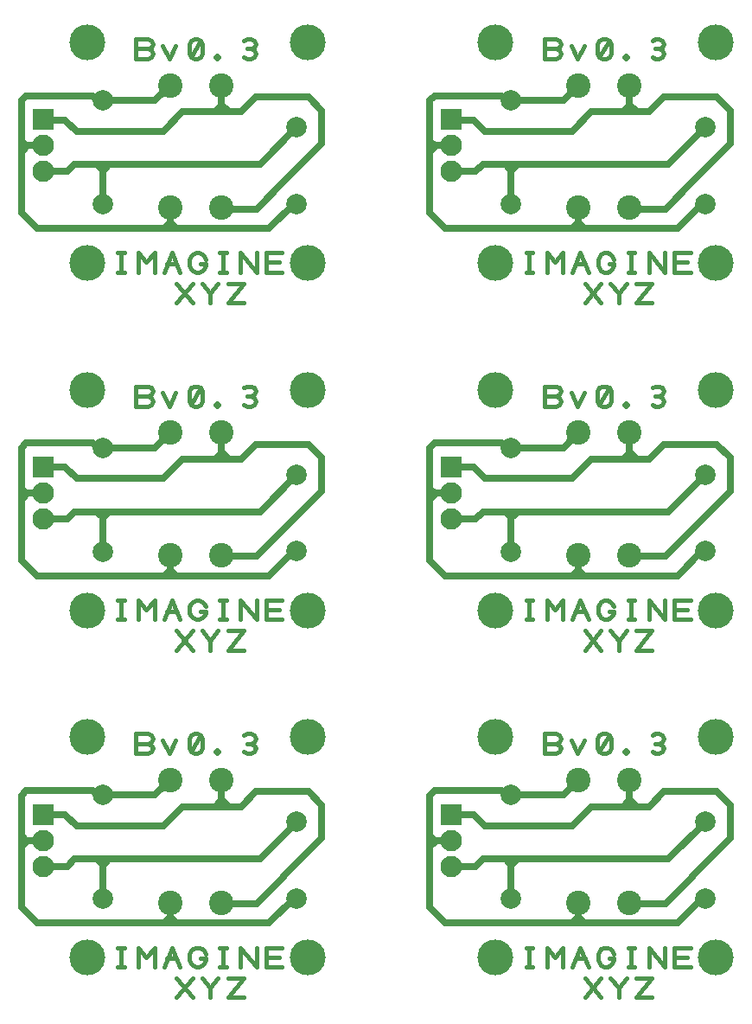
<source format=gbr>
G04 EasyPC Gerber Version 20.0.2 Build 4112 *
%FSLAX35Y35*%
%MOIN*%
%ADD71R,0.08268X0.08268*%
%ADD115C,0.01500*%
%ADD136C,0.01772*%
%ADD114C,0.02756*%
%ADD19C,0.07874*%
%ADD20C,0.08268*%
%ADD25C,0.09449*%
%ADD17C,0.13780*%
X0Y0D02*
D02*
D17*
X31126Y21522D03*
Y106522D03*
Y155380D03*
Y240380D03*
Y289239D03*
Y374239D03*
X116126Y21522D03*
Y106522D03*
Y155380D03*
Y240380D03*
Y289239D03*
Y374239D03*
X188606Y21522D03*
Y106522D03*
Y155380D03*
Y240380D03*
Y289239D03*
Y374239D03*
X273606Y21522D03*
Y106522D03*
Y155380D03*
Y240380D03*
Y289239D03*
Y374239D03*
D02*
D19*
X37031Y44153D03*
Y84153D03*
Y178011D03*
Y218011D03*
Y311869D03*
Y351869D03*
X111970Y44365D03*
Y73893D03*
Y178224D03*
Y207751D03*
Y312082D03*
Y341609D03*
X194511Y44153D03*
Y84153D03*
Y178011D03*
Y218011D03*
Y311869D03*
Y351869D03*
X269451Y44365D03*
Y73893D03*
Y178224D03*
Y207751D03*
Y312082D03*
Y341609D03*
D02*
D71*
X14000Y76742D03*
Y210600D03*
Y344459D03*
X171480Y76742D03*
Y210600D03*
Y344459D03*
D02*
D20*
X14000Y56742D03*
Y66742D03*
Y190600D03*
Y200600D03*
Y324459D03*
Y334459D03*
X171480Y56742D03*
Y66742D03*
Y190600D03*
Y200600D03*
Y324459D03*
Y334459D03*
D02*
D25*
X63094Y42743D03*
Y89987D03*
Y176601D03*
Y223845D03*
Y310459D03*
Y357703D03*
X82780Y42743D03*
Y89987D03*
Y176601D03*
Y223845D03*
Y310459D03*
Y357703D03*
X220575Y42743D03*
Y89987D03*
Y176601D03*
Y223845D03*
Y310459D03*
Y357703D03*
X240260Y42743D03*
Y89987D03*
Y176601D03*
Y223845D03*
Y310459D03*
Y357703D03*
D02*
D114*
X5763Y66742D02*
Y69238D01*
Y66742D02*
Y63872D01*
Y69238D02*
Y84090D01*
X7642Y85969*
X33276*
X35093Y84153*
X37031*
X5763Y200600D02*
Y203096D01*
Y200600D02*
Y197730D01*
Y203096D02*
Y217948D01*
X7642Y219827*
X33276*
X35093Y218011*
X37031*
X5763Y334459D02*
Y336955D01*
Y334459D02*
Y331588D01*
Y336955D02*
Y351806D01*
X7642Y353685*
X33276*
X35093Y351869*
X37031*
X8883Y66742D02*
X5763D01*
X8883Y200600D02*
X5763D01*
X8883Y334459D02*
X5763D01*
X14000Y66742D02*
X8883D01*
X14000Y200600D02*
X8883D01*
X14000Y334459D02*
X8883D01*
X34842Y59504D02*
X26231D01*
X23469Y56742*
X14000*
X34842Y193362D02*
X26231D01*
X23469Y190600*
X14000*
X34842Y327220D02*
X26231D01*
X23469Y324459*
X14000*
X37031Y56883D02*
Y56950D01*
X39585Y59504*
X37031Y56883D02*
Y57315D01*
X34842Y59504*
X37031Y56883D02*
Y44153D01*
Y84153D02*
X57261D01*
X63094Y89987*
X37031Y190741D02*
Y190808D01*
X39585Y193362*
X37031Y190741D02*
Y191173D01*
X34842Y193362*
X37031Y190741D02*
Y178011D01*
Y218011D02*
X57261D01*
X63094Y223845*
X37031Y324599D02*
Y324666D01*
X39585Y327220*
X37031Y324599D02*
Y325031D01*
X34842Y327220*
X37031Y324599D02*
Y311869D01*
Y351869D02*
X57261D01*
X63094Y357703*
X37152Y59504D02*
Y58755D01*
X37031*
Y56883*
X37152Y59504D02*
X34842D01*
X37152Y193362D02*
Y192613D01*
X37031*
Y190741*
X37152Y193362D02*
X34842D01*
X37152Y327220D02*
Y326471D01*
X37031*
Y324599*
X37152Y327220D02*
X34842D01*
X39585Y59504D02*
X37152D01*
X39585Y193362D02*
X37152D01*
X39585Y327220D02*
X37152D01*
X60676Y34793D02*
X11763D01*
X5763Y40793*
Y63872*
X60676Y168651D02*
X11763D01*
X5763Y174651*
Y197730*
X60676Y302509D02*
X11763D01*
X5763Y308509*
Y331588*
X63094Y34793D02*
X60676D01*
X63094Y37164D02*
Y37117D01*
X65419Y34793*
X63094Y37164D02*
X63048D01*
X60676Y34793*
X63094Y37164D02*
Y34793D01*
Y42743D02*
Y37164D01*
Y168651D02*
X60676D01*
X63094Y171022D02*
Y170975D01*
X65419Y168651*
X63094Y171022D02*
X63048D01*
X60676Y168651*
X63094Y171022D02*
Y168651D01*
Y176601D02*
Y171022D01*
Y302509D02*
X60676D01*
X63094Y304880D02*
Y304833D01*
X65419Y302509*
X63094Y304880D02*
X63048D01*
X60676Y302509*
X63094Y304880D02*
Y302509D01*
Y310459D02*
Y304880D01*
X65419Y34793D02*
X63094D01*
X65419Y168651D02*
X63094D01*
X65419Y302509D02*
X63094D01*
X79397Y79735D02*
X67907D01*
X60531Y72358*
X26980*
X22611Y76726*
X14000*
Y76742*
X79397Y213593D02*
X67907D01*
X60531Y206217*
X26980*
X22611Y210585*
X14000*
Y210600*
X79397Y347451D02*
X67907D01*
X60531Y340075*
X26980*
X22611Y344443*
X14000*
Y344459*
X82780Y79735D02*
X79397D01*
X82780Y83341D02*
Y79735D01*
Y89987D02*
Y83341D01*
Y213593D02*
X79397D01*
X82780Y217199D02*
Y213593D01*
Y223845D02*
Y217199D01*
Y347451D02*
X79397D01*
X82780Y351057D02*
Y347451D01*
Y357703D02*
Y351057D01*
X86386Y79735D02*
X90380D01*
X96107Y85463*
X116463*
X121580Y80346*
Y67491*
X106978Y52889*
Y52764*
X96582Y42368*
X82780*
Y42743*
X86386Y79735D02*
X82780D01*
X86386Y213593D02*
X90380D01*
X96107Y219321*
X116463*
X121580Y214204*
Y201349*
X106978Y186747*
Y186622*
X96582Y176226*
X82780*
Y176601*
X86386Y213593D02*
X82780D01*
X86386Y347451D02*
X90380D01*
X96107Y353179*
X116463*
X121580Y348062*
Y335207*
X106978Y320606*
Y320481*
X96582Y310085*
X82780*
Y310459*
X86386Y347451D02*
X82780D01*
X111970Y44365D02*
X110801D01*
X101228Y34793*
X65419*
X111970Y73893D02*
Y73731D01*
X97743Y59504*
X39585*
X111970Y178224D02*
X110801D01*
X101228Y168651*
X65419*
X111970Y207751D02*
Y207589D01*
X97743Y193362*
X39585*
X111970Y312082D02*
X110801D01*
X101228Y302509*
X65419*
X111970Y341609D02*
Y341448D01*
X97743Y327220*
X39585*
X163243Y66742D02*
Y69238D01*
Y66742D02*
Y63872D01*
Y69238D02*
Y84090D01*
X165122Y85969*
X190757*
X192573Y84153*
X194511*
X163243Y200600D02*
Y203096D01*
Y200600D02*
Y197730D01*
Y203096D02*
Y217948D01*
X165122Y219827*
X190757*
X192573Y218011*
X194511*
X163243Y334459D02*
Y336955D01*
Y334459D02*
Y331588D01*
Y336955D02*
Y351806D01*
X165122Y353685*
X190757*
X192573Y351869*
X194511*
X166363Y66742D02*
X163243D01*
X166363Y200600D02*
X163243D01*
X166363Y334459D02*
X163243D01*
X171480Y66742D02*
X166363D01*
X171480Y200600D02*
X166363D01*
X171480Y334459D02*
X166363D01*
X192322Y59504D02*
X183711D01*
X180950Y56742*
X171480*
X192322Y193362D02*
X183711D01*
X180950Y190600*
X171480*
X192322Y327220D02*
X183711D01*
X180950Y324459*
X171480*
X194511Y56883D02*
Y56950D01*
X197065Y59504*
X194511Y56883D02*
Y57315D01*
X192322Y59504*
X194511Y56883D02*
Y44153D01*
Y84153D02*
X214741D01*
X220575Y89987*
X194511Y190741D02*
Y190808D01*
X197065Y193362*
X194511Y190741D02*
Y191173D01*
X192322Y193362*
X194511Y190741D02*
Y178011D01*
Y218011D02*
X214741D01*
X220575Y223845*
X194511Y324599D02*
Y324666D01*
X197065Y327220*
X194511Y324599D02*
Y325031D01*
X192322Y327220*
X194511Y324599D02*
Y311869D01*
Y351869D02*
X214741D01*
X220575Y357703*
X194632Y59504D02*
Y58755D01*
X194511*
Y56883*
X194632Y59504D02*
X192322D01*
X194632Y193362D02*
Y192613D01*
X194511*
Y190741*
X194632Y193362D02*
X192322D01*
X194632Y327220D02*
Y326471D01*
X194511*
Y324599*
X194632Y327220D02*
X192322D01*
X197065Y59504D02*
X194632D01*
X197065Y193362D02*
X194632D01*
X197065Y327220D02*
X194632D01*
X218157Y34793D02*
X169243D01*
X163243Y40793*
Y63872*
X218157Y168651D02*
X169243D01*
X163243Y174651*
Y197730*
X218157Y302509D02*
X169243D01*
X163243Y308509*
Y331588*
X220575Y34793D02*
X218157D01*
X220575Y37164D02*
Y37117D01*
X222899Y34793*
X220575Y37164D02*
X220528D01*
X218157Y34793*
X220575Y37164D02*
Y34793D01*
Y42743D02*
Y37164D01*
Y168651D02*
X218157D01*
X220575Y171022D02*
Y170975D01*
X222899Y168651*
X220575Y171022D02*
X220528D01*
X218157Y168651*
X220575Y171022D02*
Y168651D01*
Y176601D02*
Y171022D01*
Y302509D02*
X218157D01*
X220575Y304880D02*
Y304833D01*
X222899Y302509*
X220575Y304880D02*
X220528D01*
X218157Y302509*
X220575Y304880D02*
Y302509D01*
Y310459D02*
Y304880D01*
X222899Y34793D02*
X220575D01*
X222899Y168651D02*
X220575D01*
X222899Y302509D02*
X220575D01*
X236877Y79735D02*
X225387D01*
X218011Y72358*
X184460*
X180092Y76726*
X171480*
Y76742*
X236877Y213593D02*
X225387D01*
X218011Y206217*
X184460*
X180092Y210585*
X171480*
Y210600*
X236877Y347451D02*
X225387D01*
X218011Y340075*
X184460*
X180092Y344443*
X171480*
Y344459*
X240260Y79735D02*
X236877D01*
X240260Y83341D02*
Y79735D01*
Y89987D02*
Y83341D01*
Y213593D02*
X236877D01*
X240260Y217199D02*
Y213593D01*
Y223845D02*
Y217199D01*
Y347451D02*
X236877D01*
X240260Y351057D02*
Y347451D01*
Y357703D02*
Y351057D01*
X243866Y79735D02*
X247860D01*
X253588Y85463*
X273944*
X279061Y80346*
Y67491*
X264459Y52889*
Y52764*
X254063Y42368*
X240260*
Y42743*
X243866Y79735D02*
X240260D01*
X243866Y213593D02*
X247860D01*
X253588Y219321*
X273944*
X279061Y214204*
Y201349*
X264459Y186747*
Y186622*
X254063Y176226*
X240260*
Y176601*
X243866Y213593D02*
X240260D01*
X243866Y347451D02*
X247860D01*
X253588Y353179*
X273944*
X279061Y348062*
Y335207*
X264459Y320606*
Y320481*
X254063Y310085*
X240260*
Y310459*
X243866Y347451D02*
X240260D01*
X269451Y44365D02*
X268281D01*
X258708Y34793*
X222899*
X269451Y73893D02*
Y73731D01*
X255223Y59504*
X197065*
X269451Y178224D02*
X268281D01*
X258708Y168651*
X222899*
X269451Y207751D02*
Y207589D01*
X255223Y193362*
X197065*
X269451Y312082D02*
X268281D01*
X258708Y302509*
X222899*
X269451Y341609D02*
Y341448D01*
X255223Y327220*
X197065*
D02*
D115*
X8883Y66742D02*
X8633D01*
X5763Y63872*
X8883Y66742D02*
X8259D01*
X5763Y69238*
X8883Y200600D02*
X8633D01*
X5763Y197730*
X8883Y200600D02*
X8259D01*
X5763Y203096*
X8883Y334459D02*
X8633D01*
X5763Y331588*
X8883Y334459D02*
X8259D01*
X5763Y336955*
X82780Y83341D02*
X86386Y79735D01*
X82780Y83341D02*
Y83117D01*
X79397Y79735*
X82780Y217199D02*
X86386Y213593D01*
X82780Y217199D02*
Y216976D01*
X79397Y213593*
X82780Y351057D02*
X86386Y347451D01*
X82780Y351057D02*
Y350834D01*
X79397Y347451*
X166363Y66742D02*
X166114D01*
X163243Y63872*
X166363Y66742D02*
X165739D01*
X163243Y69238*
X166363Y200600D02*
X166114D01*
X163243Y197730*
X166363Y200600D02*
X165739D01*
X163243Y203096*
X166363Y334459D02*
X166114D01*
X163243Y331588*
X166363Y334459D02*
X165739D01*
X163243Y336955*
X240260Y83341D02*
X243866Y79735D01*
X240260Y83341D02*
Y83117D01*
X236877Y79735*
X240260Y217199D02*
X243866Y213593D01*
X240260Y217199D02*
Y216976D01*
X236877Y213593*
X240260Y351057D02*
X243866Y347451D01*
X240260Y351057D02*
Y350834D01*
X236877Y347451*
D02*
D136*
X54416Y104075D02*
X55695Y103435D01*
X56335Y102156*
X55695Y100876*
X54416Y100237*
X49937*
Y107914*
X54416*
X55695Y107274*
X56335Y105994*
X55695Y104715*
X54416Y104075*
X49937*
X60174Y105355D02*
X62733Y100237D01*
X65292Y105355*
X71050Y100876D02*
X72329Y100237D01*
X73609*
X74888Y100876*
X75528Y102156*
Y105994*
X74888Y107274*
X73609Y107914*
X72329*
X71050Y107274*
X70410Y105994*
Y102156*
X71050Y100876*
X74888Y107274*
X81286Y100237D02*
X81926Y100876D01*
X81286Y101516*
X80646Y100876*
X81286Y100237*
X91522Y100876D02*
X92802Y100237D01*
X94081*
X95361Y100876*
X96000Y102156*
X95361Y103435*
X94081Y104075*
X92802*
X94081D02*
X95361Y104715D01*
X96000Y105994*
X95361Y107274*
X94081Y107914*
X92802*
X91522Y107274*
X54416Y237933D02*
X55695Y237294D01*
X56335Y236014*
X55695Y234735*
X54416Y234095*
X49937*
Y241772*
X54416*
X55695Y241132*
X56335Y239853*
X55695Y238573*
X54416Y237933*
X49937*
X60174Y239213D02*
X62733Y234095D01*
X65292Y239213*
X71050Y234735D02*
X72329Y234095D01*
X73609*
X74888Y234735*
X75528Y236014*
Y239853*
X74888Y241132*
X73609Y241772*
X72329*
X71050Y241132*
X70410Y239853*
Y236014*
X71050Y234735*
X74888Y241132*
X81286Y234095D02*
X81926Y234735D01*
X81286Y235374*
X80646Y234735*
X81286Y234095*
X91522Y234735D02*
X92802Y234095D01*
X94081*
X95361Y234735*
X96000Y236014*
X95361Y237294*
X94081Y237933*
X92802*
X94081D02*
X95361Y238573D01*
X96000Y239853*
X95361Y241132*
X94081Y241772*
X92802*
X91522Y241132*
X54416Y371792D02*
X55695Y371152D01*
X56335Y369872*
X55695Y368593*
X54416Y367953*
X49937*
Y375630*
X54416*
X55695Y374991*
X56335Y373711*
X55695Y372431*
X54416Y371792*
X49937*
X60174Y373071D02*
X62733Y367953D01*
X65292Y373071*
X71050Y368593D02*
X72329Y367953D01*
X73609*
X74888Y368593*
X75528Y369872*
Y373711*
X74888Y374991*
X73609Y375630*
X72329*
X71050Y374991*
X70410Y373711*
Y369872*
X71050Y368593*
X74888Y374991*
X81286Y367953D02*
X81926Y368593D01*
X81286Y369233*
X80646Y368593*
X81286Y367953*
X91522Y368593D02*
X92802Y367953D01*
X94081*
X95361Y368593*
X96000Y369872*
X95361Y371152*
X94081Y371792*
X92802*
X94081D02*
X95361Y372431D01*
X96000Y373711*
X95361Y374991*
X94081Y375630*
X92802*
X91522Y374991*
X42871Y18043D02*
X45331D01*
X44101D02*
Y25424D01*
X42871D02*
X45331D01*
X50868Y18043D02*
Y25424D01*
X53944Y21733*
X57019Y25424*
Y18043*
X60710D02*
X63786Y25424D01*
X66862Y18043*
X61941Y21118D02*
X65631D01*
X74859D02*
X76704D01*
Y20503*
X76089Y19273*
X75474Y18657*
X74244Y18043*
X73013*
X71783Y18657*
X71168Y19273*
X70553Y20503*
Y22964*
X71168Y24194*
X71783Y24809*
X73013Y25424*
X74244*
X75474Y24809*
X76089Y24194*
X76704Y22964*
X82241Y18043D02*
X84702D01*
X83471D02*
Y25424D01*
X82241D02*
X84702D01*
X90238Y18043D02*
Y25424D01*
X96389Y18043*
Y25424*
X100080Y18043D02*
Y25424D01*
X106232*
X105002Y21733D02*
X100080D01*
Y18043D02*
X106232D01*
X65631Y6231D02*
X71783Y13613D01*
X65631D02*
X71783Y6231D01*
X78550D02*
Y9922D01*
X75474Y13613*
X78550Y9922D02*
X81626Y13613D01*
X85317D02*
X91468D01*
X85317Y6231*
X91468*
X42871Y151901D02*
X45331D01*
X44101D02*
Y159283D01*
X42871D02*
X45331D01*
X50868Y151901D02*
Y159283D01*
X53944Y155592*
X57019Y159283*
Y151901*
X60710D02*
X63786Y159283D01*
X66862Y151901*
X61941Y154976D02*
X65631D01*
X74859D02*
X76704D01*
Y154361*
X76089Y153131*
X75474Y152516*
X74244Y151901*
X73013*
X71783Y152516*
X71168Y153131*
X70553Y154361*
Y156822*
X71168Y158052*
X71783Y158667*
X73013Y159283*
X74244*
X75474Y158667*
X76089Y158052*
X76704Y156822*
X82241Y151901D02*
X84702D01*
X83471D02*
Y159283D01*
X82241D02*
X84702D01*
X90238Y151901D02*
Y159283D01*
X96389Y151901*
Y159283*
X100080Y151901D02*
Y159283D01*
X106232*
X105002Y155592D02*
X100080D01*
Y151901D02*
X106232D01*
X65631Y140090D02*
X71783Y147472D01*
X65631D02*
X71783Y140090D01*
X78550D02*
Y143781D01*
X75474Y147472*
X78550Y143781D02*
X81626Y147472D01*
X85317D02*
X91468D01*
X85317Y140090*
X91468*
X42871Y285759D02*
X45331D01*
X44101D02*
Y293141D01*
X42871D02*
X45331D01*
X50868Y285759D02*
Y293141D01*
X53944Y289450*
X57019Y293141*
Y285759*
X60710D02*
X63786Y293141D01*
X66862Y285759*
X61941Y288835D02*
X65631D01*
X74859D02*
X76704D01*
Y288220*
X76089Y286989*
X75474Y286374*
X74244Y285759*
X73013*
X71783Y286374*
X71168Y286989*
X70553Y288220*
Y290680*
X71168Y291911*
X71783Y292526*
X73013Y293141*
X74244*
X75474Y292526*
X76089Y291911*
X76704Y290680*
X82241Y285759D02*
X84702D01*
X83471D02*
Y293141D01*
X82241D02*
X84702D01*
X90238Y285759D02*
Y293141D01*
X96389Y285759*
Y293141*
X100080Y285759D02*
Y293141D01*
X106232*
X105002Y289450D02*
X100080D01*
Y285759D02*
X106232D01*
X65631Y273948D02*
X71783Y281330D01*
X65631D02*
X71783Y273948D01*
X78550D02*
Y277639D01*
X75474Y281330*
X78550Y277639D02*
X81626Y281330D01*
X85317D02*
X91468D01*
X85317Y273948*
X91468*
X211896Y104075D02*
X213176Y103435D01*
X213815Y102156*
X213176Y100876*
X211896Y100237*
X207418*
Y107914*
X211896*
X213176Y107274*
X213815Y105994*
X213176Y104715*
X211896Y104075*
X207418*
X217654Y105355D02*
X220213Y100237D01*
X222772Y105355*
X228530Y100876D02*
X229809Y100237D01*
X231089*
X232369Y100876*
X233008Y102156*
Y105994*
X232369Y107274*
X231089Y107914*
X229809*
X228530Y107274*
X227890Y105994*
Y102156*
X228530Y100876*
X232369Y107274*
X238766Y100237D02*
X239406Y100876D01*
X238766Y101516*
X238126Y100876*
X238766Y100237*
X249002Y100876D02*
X250282Y100237D01*
X251561*
X252841Y100876*
X253481Y102156*
X252841Y103435*
X251561Y104075*
X250282*
X251561D02*
X252841Y104715D01*
X253481Y105994*
X252841Y107274*
X251561Y107914*
X250282*
X249002Y107274*
X211896Y237933D02*
X213176Y237294D01*
X213815Y236014*
X213176Y234735*
X211896Y234095*
X207418*
Y241772*
X211896*
X213176Y241132*
X213815Y239853*
X213176Y238573*
X211896Y237933*
X207418*
X217654Y239213D02*
X220213Y234095D01*
X222772Y239213*
X228530Y234735D02*
X229809Y234095D01*
X231089*
X232369Y234735*
X233008Y236014*
Y239853*
X232369Y241132*
X231089Y241772*
X229809*
X228530Y241132*
X227890Y239853*
Y236014*
X228530Y234735*
X232369Y241132*
X238766Y234095D02*
X239406Y234735D01*
X238766Y235374*
X238126Y234735*
X238766Y234095*
X249002Y234735D02*
X250282Y234095D01*
X251561*
X252841Y234735*
X253481Y236014*
X252841Y237294*
X251561Y237933*
X250282*
X251561D02*
X252841Y238573D01*
X253481Y239853*
X252841Y241132*
X251561Y241772*
X250282*
X249002Y241132*
X211896Y371792D02*
X213176Y371152D01*
X213815Y369872*
X213176Y368593*
X211896Y367953*
X207418*
Y375630*
X211896*
X213176Y374991*
X213815Y373711*
X213176Y372431*
X211896Y371792*
X207418*
X217654Y373071D02*
X220213Y367953D01*
X222772Y373071*
X228530Y368593D02*
X229809Y367953D01*
X231089*
X232369Y368593*
X233008Y369872*
Y373711*
X232369Y374991*
X231089Y375630*
X229809*
X228530Y374991*
X227890Y373711*
Y369872*
X228530Y368593*
X232369Y374991*
X238766Y367953D02*
X239406Y368593D01*
X238766Y369233*
X238126Y368593*
X238766Y367953*
X249002Y368593D02*
X250282Y367953D01*
X251561*
X252841Y368593*
X253481Y369872*
X252841Y371152*
X251561Y371792*
X250282*
X251561D02*
X252841Y372431D01*
X253481Y373711*
X252841Y374991*
X251561Y375630*
X250282*
X249002Y374991*
X200351Y18043D02*
X202812D01*
X201581D02*
Y25424D01*
X200351D02*
X202812D01*
X208348Y18043D02*
Y25424D01*
X211424Y21733*
X214500Y25424*
Y18043*
X218191D02*
X221267Y25424D01*
X224342Y18043*
X219421Y21118D02*
X223112D01*
X232339D02*
X234185D01*
Y20503*
X233570Y19273*
X232954Y18657*
X231724Y18043*
X230494*
X229263Y18657*
X228648Y19273*
X228033Y20503*
Y22964*
X228648Y24194*
X229263Y24809*
X230494Y25424*
X231724*
X232954Y24809*
X233570Y24194*
X234185Y22964*
X239721Y18043D02*
X242182D01*
X240952D02*
Y25424D01*
X239721D02*
X242182D01*
X247718Y18043D02*
Y25424D01*
X253870Y18043*
Y25424*
X257561Y18043D02*
Y25424D01*
X263712*
X262482Y21733D02*
X257561D01*
Y18043D02*
X263712D01*
X223112Y6231D02*
X229263Y13613D01*
X223112D02*
X229263Y6231D01*
X236030D02*
Y9922D01*
X232954Y13613*
X236030Y9922D02*
X239106Y13613D01*
X242797D02*
X248948D01*
X242797Y6231*
X248948*
X200351Y151901D02*
X202812D01*
X201581D02*
Y159283D01*
X200351D02*
X202812D01*
X208348Y151901D02*
Y159283D01*
X211424Y155592*
X214500Y159283*
Y151901*
X218191D02*
X221267Y159283D01*
X224342Y151901*
X219421Y154976D02*
X223112D01*
X232339D02*
X234185D01*
Y154361*
X233570Y153131*
X232954Y152516*
X231724Y151901*
X230494*
X229263Y152516*
X228648Y153131*
X228033Y154361*
Y156822*
X228648Y158052*
X229263Y158667*
X230494Y159283*
X231724*
X232954Y158667*
X233570Y158052*
X234185Y156822*
X239721Y151901D02*
X242182D01*
X240952D02*
Y159283D01*
X239721D02*
X242182D01*
X247718Y151901D02*
Y159283D01*
X253870Y151901*
Y159283*
X257561Y151901D02*
Y159283D01*
X263712*
X262482Y155592D02*
X257561D01*
Y151901D02*
X263712D01*
X223112Y140090D02*
X229263Y147472D01*
X223112D02*
X229263Y140090D01*
X236030D02*
Y143781D01*
X232954Y147472*
X236030Y143781D02*
X239106Y147472D01*
X242797D02*
X248948D01*
X242797Y140090*
X248948*
X200351Y285759D02*
X202812D01*
X201581D02*
Y293141D01*
X200351D02*
X202812D01*
X208348Y285759D02*
Y293141D01*
X211424Y289450*
X214500Y293141*
Y285759*
X218191D02*
X221267Y293141D01*
X224342Y285759*
X219421Y288835D02*
X223112D01*
X232339D02*
X234185D01*
Y288220*
X233570Y286989*
X232954Y286374*
X231724Y285759*
X230494*
X229263Y286374*
X228648Y286989*
X228033Y288220*
Y290680*
X228648Y291911*
X229263Y292526*
X230494Y293141*
X231724*
X232954Y292526*
X233570Y291911*
X234185Y290680*
X239721Y285759D02*
X242182D01*
X240952D02*
Y293141D01*
X239721D02*
X242182D01*
X247718Y285759D02*
Y293141D01*
X253870Y285759*
Y293141*
X257561Y285759D02*
Y293141D01*
X263712*
X262482Y289450D02*
X257561D01*
Y285759D02*
X263712D01*
X223112Y273948D02*
X229263Y281330D01*
X223112D02*
X229263Y273948D01*
X236030D02*
Y277639D01*
X232954Y281330*
X236030Y277639D02*
X239106Y281330D01*
X242797D02*
X248948D01*
X242797Y273948*
X248948*
X0Y0D02*
M02*

</source>
